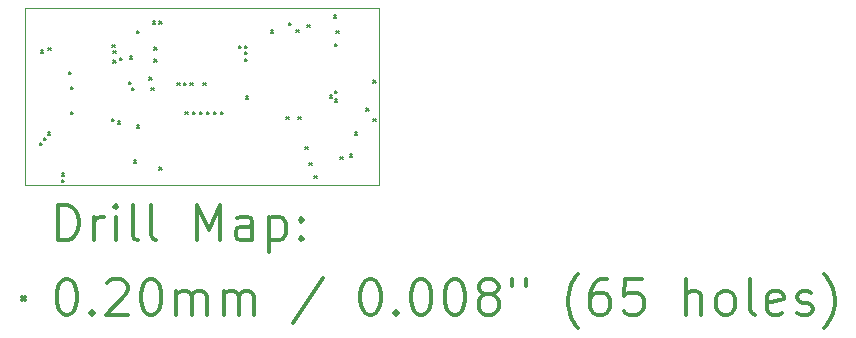
<source format=gbr>
%FSLAX45Y45*%
G04 Gerber Fmt 4.5, Leading zero omitted, Abs format (unit mm)*
G04 Created by KiCad (PCBNEW (5.1.6)-1) date 2020-12-28 23:38:17*
%MOMM*%
%LPD*%
G01*
G04 APERTURE LIST*
%TA.AperFunction,Profile*%
%ADD10C,0.050000*%
%TD*%
%ADD11C,0.200000*%
%ADD12C,0.300000*%
G04 APERTURE END LIST*
D10*
X4500000Y-3000000D02*
X1500000Y-3000000D01*
X4500000Y-1500000D02*
X4500000Y-3000000D01*
X1500000Y-1500000D02*
X4500000Y-1500000D01*
X1500000Y-1500000D02*
X1500000Y-3000000D01*
D11*
X1624809Y-2645110D02*
X1644809Y-2665110D01*
X1644809Y-2645110D02*
X1624809Y-2665110D01*
X1635000Y-1860000D02*
X1655000Y-1880000D01*
X1655000Y-1860000D02*
X1635000Y-1880000D01*
X1660000Y-2600001D02*
X1680000Y-2620001D01*
X1680000Y-2600001D02*
X1660000Y-2620001D01*
X1695522Y-2554482D02*
X1715522Y-2574482D01*
X1715522Y-2554482D02*
X1695522Y-2574482D01*
X1700000Y-1840000D02*
X1720000Y-1860000D01*
X1720000Y-1840000D02*
X1700000Y-1860000D01*
X1815000Y-2900000D02*
X1835000Y-2920000D01*
X1835000Y-2900000D02*
X1815000Y-2920000D01*
X1815000Y-2954499D02*
X1835000Y-2974499D01*
X1835000Y-2954499D02*
X1815000Y-2974499D01*
X1870000Y-2040000D02*
X1890000Y-2060000D01*
X1890000Y-2040000D02*
X1870000Y-2060000D01*
X1890000Y-2170000D02*
X1910000Y-2190000D01*
X1910000Y-2170000D02*
X1890000Y-2190000D01*
X1890000Y-2380000D02*
X1910000Y-2400000D01*
X1910000Y-2380000D02*
X1890000Y-2400000D01*
X2235000Y-2440000D02*
X2255000Y-2460000D01*
X2255000Y-2440000D02*
X2235000Y-2460000D01*
X2240000Y-1814005D02*
X2260000Y-1834005D01*
X2260000Y-1814005D02*
X2240000Y-1834005D01*
X2250000Y-1945000D02*
X2270000Y-1965000D01*
X2270000Y-1945000D02*
X2250000Y-1965000D01*
X2250199Y-1866016D02*
X2270199Y-1886016D01*
X2270199Y-1866016D02*
X2250199Y-1886016D01*
X2285000Y-2460000D02*
X2305000Y-2480000D01*
X2305000Y-2460000D02*
X2285000Y-2480000D01*
X2305267Y-1925267D02*
X2325267Y-1945267D01*
X2325267Y-1925267D02*
X2305267Y-1945267D01*
X2380000Y-2125000D02*
X2400000Y-2145000D01*
X2400000Y-2125000D02*
X2380000Y-2145000D01*
X2390000Y-1910000D02*
X2410000Y-1930000D01*
X2410000Y-1910000D02*
X2390000Y-1930000D01*
X2405000Y-2175000D02*
X2425000Y-2195000D01*
X2425000Y-2175000D02*
X2405000Y-2195000D01*
X2425000Y-2790000D02*
X2445000Y-2810000D01*
X2445000Y-2790000D02*
X2425000Y-2810000D01*
X2450000Y-1695000D02*
X2470000Y-1715000D01*
X2470000Y-1695000D02*
X2450000Y-1715000D01*
X2450000Y-2495000D02*
X2470000Y-2515000D01*
X2470000Y-2495000D02*
X2450000Y-2515000D01*
X2555000Y-2090000D02*
X2575000Y-2110000D01*
X2575000Y-2090000D02*
X2555000Y-2110000D01*
X2570000Y-2175000D02*
X2590000Y-2195000D01*
X2590000Y-2175000D02*
X2570000Y-2195000D01*
X2585000Y-1615000D02*
X2605000Y-1635000D01*
X2605000Y-1615000D02*
X2585000Y-1635000D01*
X2595000Y-1835000D02*
X2615000Y-1855000D01*
X2615000Y-1835000D02*
X2595000Y-1855000D01*
X2595000Y-1935000D02*
X2615000Y-1955000D01*
X2615000Y-1935000D02*
X2595000Y-1955000D01*
X2640000Y-1615000D02*
X2660000Y-1635000D01*
X2660000Y-1615000D02*
X2640000Y-1635000D01*
X2640000Y-2850000D02*
X2660000Y-2870000D01*
X2660000Y-2850000D02*
X2640000Y-2870000D01*
X2789569Y-2134569D02*
X2809568Y-2154569D01*
X2809568Y-2134569D02*
X2789569Y-2154569D01*
X2845000Y-2135000D02*
X2865000Y-2155000D01*
X2865000Y-2135000D02*
X2845000Y-2155000D01*
X2860000Y-2380000D02*
X2880000Y-2400000D01*
X2880000Y-2380000D02*
X2860000Y-2400000D01*
X2900000Y-2135000D02*
X2920000Y-2155000D01*
X2920000Y-2135000D02*
X2900000Y-2155000D01*
X2920000Y-2380000D02*
X2940000Y-2400000D01*
X2940000Y-2380000D02*
X2920000Y-2400000D01*
X2980000Y-2380000D02*
X3000000Y-2400000D01*
X3000000Y-2380000D02*
X2980000Y-2400000D01*
X3010000Y-2135000D02*
X3030000Y-2155000D01*
X3030000Y-2135000D02*
X3010000Y-2155000D01*
X3040000Y-2380000D02*
X3060000Y-2400000D01*
X3060000Y-2380000D02*
X3040000Y-2400000D01*
X3100000Y-2380000D02*
X3120000Y-2400000D01*
X3120000Y-2380000D02*
X3100000Y-2400000D01*
X3159497Y-2380000D02*
X3179497Y-2400000D01*
X3179497Y-2380000D02*
X3159497Y-2400000D01*
X3310000Y-1820000D02*
X3330000Y-1840000D01*
X3330000Y-1820000D02*
X3310000Y-1840000D01*
X3365000Y-1820000D02*
X3385000Y-1840000D01*
X3385000Y-1820000D02*
X3365000Y-1840000D01*
X3365000Y-1875000D02*
X3385000Y-1895000D01*
X3385000Y-1875000D02*
X3365000Y-1895000D01*
X3365000Y-1930000D02*
X3385000Y-1950000D01*
X3385000Y-1930000D02*
X3365000Y-1950000D01*
X3370000Y-2250000D02*
X3390000Y-2270000D01*
X3390000Y-2250000D02*
X3370000Y-2270000D01*
X3580000Y-1690000D02*
X3600000Y-1710000D01*
X3600000Y-1690000D02*
X3580000Y-1710000D01*
X3715000Y-2425000D02*
X3735000Y-2445000D01*
X3735000Y-2425000D02*
X3715000Y-2445000D01*
X3735000Y-1625000D02*
X3755000Y-1645000D01*
X3755000Y-1625000D02*
X3735000Y-1645000D01*
X3800000Y-1685000D02*
X3820000Y-1705000D01*
X3820000Y-1685000D02*
X3800000Y-1705000D01*
X3815000Y-2425000D02*
X3835000Y-2445000D01*
X3835000Y-2425000D02*
X3815000Y-2445000D01*
X3875000Y-2675000D02*
X3895000Y-2695000D01*
X3895000Y-2675000D02*
X3875000Y-2695000D01*
X3892500Y-1642500D02*
X3912500Y-1662500D01*
X3912500Y-1642500D02*
X3892500Y-1662500D01*
X3910000Y-2810000D02*
X3930000Y-2830000D01*
X3930000Y-2810000D02*
X3910000Y-2830000D01*
X3950000Y-2920000D02*
X3970000Y-2940000D01*
X3970000Y-2920000D02*
X3950000Y-2940000D01*
X4080000Y-2240000D02*
X4100000Y-2260000D01*
X4100000Y-2240000D02*
X4080000Y-2260000D01*
X4115000Y-1565000D02*
X4135000Y-1585000D01*
X4135000Y-1565000D02*
X4115000Y-1585000D01*
X4122500Y-2205000D02*
X4142500Y-2225000D01*
X4142500Y-2205000D02*
X4122500Y-2225000D01*
X4122500Y-2275000D02*
X4142500Y-2295000D01*
X4142500Y-2275000D02*
X4122500Y-2295000D01*
X4125000Y-1805000D02*
X4145000Y-1825000D01*
X4145000Y-1805000D02*
X4125000Y-1825000D01*
X4137500Y-1695000D02*
X4157500Y-1715000D01*
X4157500Y-1695000D02*
X4137500Y-1715000D01*
X4172500Y-2762500D02*
X4192500Y-2782500D01*
X4192500Y-2762500D02*
X4172500Y-2782500D01*
X4249250Y-2740750D02*
X4269250Y-2760750D01*
X4269250Y-2740750D02*
X4249250Y-2760750D01*
X4295000Y-2555000D02*
X4315000Y-2575000D01*
X4315000Y-2555000D02*
X4295000Y-2575000D01*
X4390000Y-2352500D02*
X4410000Y-2372500D01*
X4410000Y-2352500D02*
X4390000Y-2372500D01*
X4450000Y-2115000D02*
X4470000Y-2135000D01*
X4470000Y-2115000D02*
X4450000Y-2135000D01*
X4450000Y-2442500D02*
X4470000Y-2462500D01*
X4470000Y-2442500D02*
X4450000Y-2462500D01*
D12*
X1783928Y-3468214D02*
X1783928Y-3168214D01*
X1855357Y-3168214D01*
X1898214Y-3182500D01*
X1926786Y-3211071D01*
X1941071Y-3239643D01*
X1955357Y-3296786D01*
X1955357Y-3339643D01*
X1941071Y-3396786D01*
X1926786Y-3425357D01*
X1898214Y-3453929D01*
X1855357Y-3468214D01*
X1783928Y-3468214D01*
X2083928Y-3468214D02*
X2083928Y-3268214D01*
X2083928Y-3325357D02*
X2098214Y-3296786D01*
X2112500Y-3282500D01*
X2141071Y-3268214D01*
X2169643Y-3268214D01*
X2269643Y-3468214D02*
X2269643Y-3268214D01*
X2269643Y-3168214D02*
X2255357Y-3182500D01*
X2269643Y-3196786D01*
X2283928Y-3182500D01*
X2269643Y-3168214D01*
X2269643Y-3196786D01*
X2455357Y-3468214D02*
X2426786Y-3453929D01*
X2412500Y-3425357D01*
X2412500Y-3168214D01*
X2612500Y-3468214D02*
X2583928Y-3453929D01*
X2569643Y-3425357D01*
X2569643Y-3168214D01*
X2955357Y-3468214D02*
X2955357Y-3168214D01*
X3055357Y-3382500D01*
X3155357Y-3168214D01*
X3155357Y-3468214D01*
X3426786Y-3468214D02*
X3426786Y-3311071D01*
X3412500Y-3282500D01*
X3383928Y-3268214D01*
X3326786Y-3268214D01*
X3298214Y-3282500D01*
X3426786Y-3453929D02*
X3398214Y-3468214D01*
X3326786Y-3468214D01*
X3298214Y-3453929D01*
X3283928Y-3425357D01*
X3283928Y-3396786D01*
X3298214Y-3368214D01*
X3326786Y-3353929D01*
X3398214Y-3353929D01*
X3426786Y-3339643D01*
X3569643Y-3268214D02*
X3569643Y-3568214D01*
X3569643Y-3282500D02*
X3598214Y-3268214D01*
X3655357Y-3268214D01*
X3683928Y-3282500D01*
X3698214Y-3296786D01*
X3712500Y-3325357D01*
X3712500Y-3411071D01*
X3698214Y-3439643D01*
X3683928Y-3453929D01*
X3655357Y-3468214D01*
X3598214Y-3468214D01*
X3569643Y-3453929D01*
X3841071Y-3439643D02*
X3855357Y-3453929D01*
X3841071Y-3468214D01*
X3826786Y-3453929D01*
X3841071Y-3439643D01*
X3841071Y-3468214D01*
X3841071Y-3282500D02*
X3855357Y-3296786D01*
X3841071Y-3311071D01*
X3826786Y-3296786D01*
X3841071Y-3282500D01*
X3841071Y-3311071D01*
X1477500Y-3952500D02*
X1497500Y-3972500D01*
X1497500Y-3952500D02*
X1477500Y-3972500D01*
X1841071Y-3798214D02*
X1869643Y-3798214D01*
X1898214Y-3812500D01*
X1912500Y-3826786D01*
X1926786Y-3855357D01*
X1941071Y-3912500D01*
X1941071Y-3983929D01*
X1926786Y-4041071D01*
X1912500Y-4069643D01*
X1898214Y-4083929D01*
X1869643Y-4098214D01*
X1841071Y-4098214D01*
X1812500Y-4083929D01*
X1798214Y-4069643D01*
X1783928Y-4041071D01*
X1769643Y-3983929D01*
X1769643Y-3912500D01*
X1783928Y-3855357D01*
X1798214Y-3826786D01*
X1812500Y-3812500D01*
X1841071Y-3798214D01*
X2069643Y-4069643D02*
X2083928Y-4083929D01*
X2069643Y-4098214D01*
X2055357Y-4083929D01*
X2069643Y-4069643D01*
X2069643Y-4098214D01*
X2198214Y-3826786D02*
X2212500Y-3812500D01*
X2241071Y-3798214D01*
X2312500Y-3798214D01*
X2341071Y-3812500D01*
X2355357Y-3826786D01*
X2369643Y-3855357D01*
X2369643Y-3883929D01*
X2355357Y-3926786D01*
X2183928Y-4098214D01*
X2369643Y-4098214D01*
X2555357Y-3798214D02*
X2583928Y-3798214D01*
X2612500Y-3812500D01*
X2626786Y-3826786D01*
X2641071Y-3855357D01*
X2655357Y-3912500D01*
X2655357Y-3983929D01*
X2641071Y-4041071D01*
X2626786Y-4069643D01*
X2612500Y-4083929D01*
X2583928Y-4098214D01*
X2555357Y-4098214D01*
X2526786Y-4083929D01*
X2512500Y-4069643D01*
X2498214Y-4041071D01*
X2483928Y-3983929D01*
X2483928Y-3912500D01*
X2498214Y-3855357D01*
X2512500Y-3826786D01*
X2526786Y-3812500D01*
X2555357Y-3798214D01*
X2783928Y-4098214D02*
X2783928Y-3898214D01*
X2783928Y-3926786D02*
X2798214Y-3912500D01*
X2826786Y-3898214D01*
X2869643Y-3898214D01*
X2898214Y-3912500D01*
X2912500Y-3941071D01*
X2912500Y-4098214D01*
X2912500Y-3941071D02*
X2926786Y-3912500D01*
X2955357Y-3898214D01*
X2998214Y-3898214D01*
X3026786Y-3912500D01*
X3041071Y-3941071D01*
X3041071Y-4098214D01*
X3183928Y-4098214D02*
X3183928Y-3898214D01*
X3183928Y-3926786D02*
X3198214Y-3912500D01*
X3226786Y-3898214D01*
X3269643Y-3898214D01*
X3298214Y-3912500D01*
X3312500Y-3941071D01*
X3312500Y-4098214D01*
X3312500Y-3941071D02*
X3326786Y-3912500D01*
X3355357Y-3898214D01*
X3398214Y-3898214D01*
X3426786Y-3912500D01*
X3441071Y-3941071D01*
X3441071Y-4098214D01*
X4026786Y-3783929D02*
X3769643Y-4169643D01*
X4412500Y-3798214D02*
X4441071Y-3798214D01*
X4469643Y-3812500D01*
X4483928Y-3826786D01*
X4498214Y-3855357D01*
X4512500Y-3912500D01*
X4512500Y-3983929D01*
X4498214Y-4041071D01*
X4483928Y-4069643D01*
X4469643Y-4083929D01*
X4441071Y-4098214D01*
X4412500Y-4098214D01*
X4383928Y-4083929D01*
X4369643Y-4069643D01*
X4355357Y-4041071D01*
X4341071Y-3983929D01*
X4341071Y-3912500D01*
X4355357Y-3855357D01*
X4369643Y-3826786D01*
X4383928Y-3812500D01*
X4412500Y-3798214D01*
X4641071Y-4069643D02*
X4655357Y-4083929D01*
X4641071Y-4098214D01*
X4626786Y-4083929D01*
X4641071Y-4069643D01*
X4641071Y-4098214D01*
X4841071Y-3798214D02*
X4869643Y-3798214D01*
X4898214Y-3812500D01*
X4912500Y-3826786D01*
X4926786Y-3855357D01*
X4941071Y-3912500D01*
X4941071Y-3983929D01*
X4926786Y-4041071D01*
X4912500Y-4069643D01*
X4898214Y-4083929D01*
X4869643Y-4098214D01*
X4841071Y-4098214D01*
X4812500Y-4083929D01*
X4798214Y-4069643D01*
X4783928Y-4041071D01*
X4769643Y-3983929D01*
X4769643Y-3912500D01*
X4783928Y-3855357D01*
X4798214Y-3826786D01*
X4812500Y-3812500D01*
X4841071Y-3798214D01*
X5126786Y-3798214D02*
X5155357Y-3798214D01*
X5183928Y-3812500D01*
X5198214Y-3826786D01*
X5212500Y-3855357D01*
X5226786Y-3912500D01*
X5226786Y-3983929D01*
X5212500Y-4041071D01*
X5198214Y-4069643D01*
X5183928Y-4083929D01*
X5155357Y-4098214D01*
X5126786Y-4098214D01*
X5098214Y-4083929D01*
X5083928Y-4069643D01*
X5069643Y-4041071D01*
X5055357Y-3983929D01*
X5055357Y-3912500D01*
X5069643Y-3855357D01*
X5083928Y-3826786D01*
X5098214Y-3812500D01*
X5126786Y-3798214D01*
X5398214Y-3926786D02*
X5369643Y-3912500D01*
X5355357Y-3898214D01*
X5341071Y-3869643D01*
X5341071Y-3855357D01*
X5355357Y-3826786D01*
X5369643Y-3812500D01*
X5398214Y-3798214D01*
X5455357Y-3798214D01*
X5483928Y-3812500D01*
X5498214Y-3826786D01*
X5512500Y-3855357D01*
X5512500Y-3869643D01*
X5498214Y-3898214D01*
X5483928Y-3912500D01*
X5455357Y-3926786D01*
X5398214Y-3926786D01*
X5369643Y-3941071D01*
X5355357Y-3955357D01*
X5341071Y-3983929D01*
X5341071Y-4041071D01*
X5355357Y-4069643D01*
X5369643Y-4083929D01*
X5398214Y-4098214D01*
X5455357Y-4098214D01*
X5483928Y-4083929D01*
X5498214Y-4069643D01*
X5512500Y-4041071D01*
X5512500Y-3983929D01*
X5498214Y-3955357D01*
X5483928Y-3941071D01*
X5455357Y-3926786D01*
X5626786Y-3798214D02*
X5626786Y-3855357D01*
X5741071Y-3798214D02*
X5741071Y-3855357D01*
X6183928Y-4212500D02*
X6169643Y-4198214D01*
X6141071Y-4155357D01*
X6126786Y-4126786D01*
X6112500Y-4083929D01*
X6098214Y-4012500D01*
X6098214Y-3955357D01*
X6112500Y-3883929D01*
X6126786Y-3841071D01*
X6141071Y-3812500D01*
X6169643Y-3769643D01*
X6183928Y-3755357D01*
X6426786Y-3798214D02*
X6369643Y-3798214D01*
X6341071Y-3812500D01*
X6326786Y-3826786D01*
X6298214Y-3869643D01*
X6283928Y-3926786D01*
X6283928Y-4041071D01*
X6298214Y-4069643D01*
X6312500Y-4083929D01*
X6341071Y-4098214D01*
X6398214Y-4098214D01*
X6426786Y-4083929D01*
X6441071Y-4069643D01*
X6455357Y-4041071D01*
X6455357Y-3969643D01*
X6441071Y-3941071D01*
X6426786Y-3926786D01*
X6398214Y-3912500D01*
X6341071Y-3912500D01*
X6312500Y-3926786D01*
X6298214Y-3941071D01*
X6283928Y-3969643D01*
X6726786Y-3798214D02*
X6583928Y-3798214D01*
X6569643Y-3941071D01*
X6583928Y-3926786D01*
X6612500Y-3912500D01*
X6683928Y-3912500D01*
X6712500Y-3926786D01*
X6726786Y-3941071D01*
X6741071Y-3969643D01*
X6741071Y-4041071D01*
X6726786Y-4069643D01*
X6712500Y-4083929D01*
X6683928Y-4098214D01*
X6612500Y-4098214D01*
X6583928Y-4083929D01*
X6569643Y-4069643D01*
X7098214Y-4098214D02*
X7098214Y-3798214D01*
X7226786Y-4098214D02*
X7226786Y-3941071D01*
X7212500Y-3912500D01*
X7183928Y-3898214D01*
X7141071Y-3898214D01*
X7112500Y-3912500D01*
X7098214Y-3926786D01*
X7412500Y-4098214D02*
X7383928Y-4083929D01*
X7369643Y-4069643D01*
X7355357Y-4041071D01*
X7355357Y-3955357D01*
X7369643Y-3926786D01*
X7383928Y-3912500D01*
X7412500Y-3898214D01*
X7455357Y-3898214D01*
X7483928Y-3912500D01*
X7498214Y-3926786D01*
X7512500Y-3955357D01*
X7512500Y-4041071D01*
X7498214Y-4069643D01*
X7483928Y-4083929D01*
X7455357Y-4098214D01*
X7412500Y-4098214D01*
X7683928Y-4098214D02*
X7655357Y-4083929D01*
X7641071Y-4055357D01*
X7641071Y-3798214D01*
X7912500Y-4083929D02*
X7883928Y-4098214D01*
X7826786Y-4098214D01*
X7798214Y-4083929D01*
X7783928Y-4055357D01*
X7783928Y-3941071D01*
X7798214Y-3912500D01*
X7826786Y-3898214D01*
X7883928Y-3898214D01*
X7912500Y-3912500D01*
X7926786Y-3941071D01*
X7926786Y-3969643D01*
X7783928Y-3998214D01*
X8041071Y-4083929D02*
X8069643Y-4098214D01*
X8126786Y-4098214D01*
X8155357Y-4083929D01*
X8169643Y-4055357D01*
X8169643Y-4041071D01*
X8155357Y-4012500D01*
X8126786Y-3998214D01*
X8083928Y-3998214D01*
X8055357Y-3983929D01*
X8041071Y-3955357D01*
X8041071Y-3941071D01*
X8055357Y-3912500D01*
X8083928Y-3898214D01*
X8126786Y-3898214D01*
X8155357Y-3912500D01*
X8269643Y-4212500D02*
X8283928Y-4198214D01*
X8312500Y-4155357D01*
X8326786Y-4126786D01*
X8341071Y-4083929D01*
X8355357Y-4012500D01*
X8355357Y-3955357D01*
X8341071Y-3883929D01*
X8326786Y-3841071D01*
X8312500Y-3812500D01*
X8283928Y-3769643D01*
X8269643Y-3755357D01*
M02*

</source>
